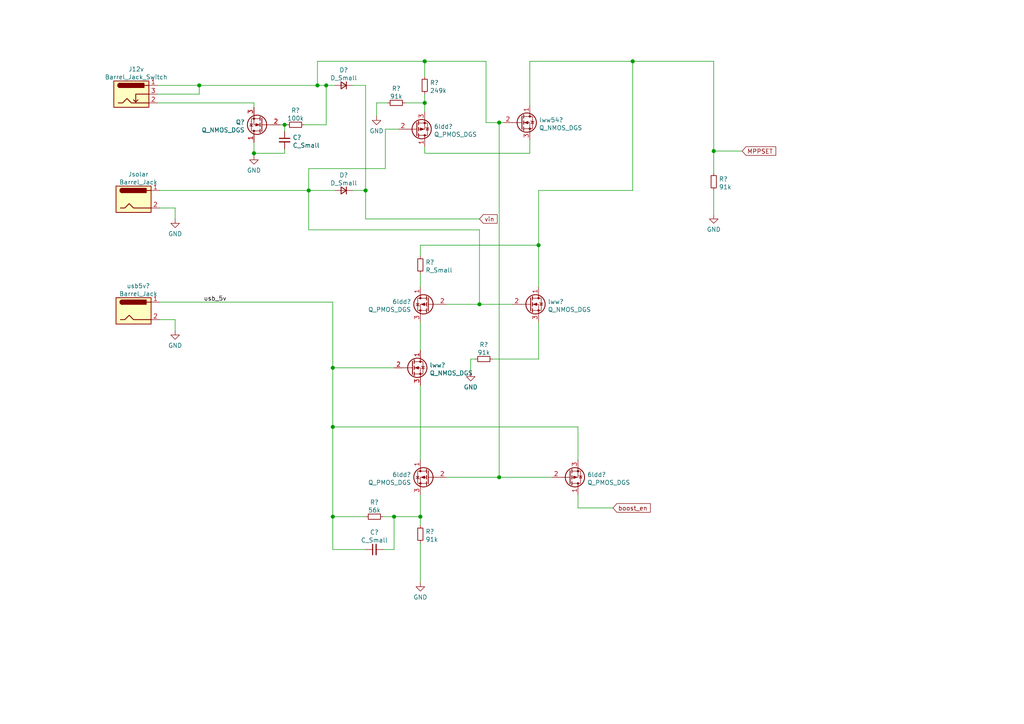
<source format=kicad_sch>
(kicad_sch (version 20210406) (generator eeschema)
  (paper "A4")
  (lib_symbols
    (symbol "Connector:Barrel_Jack" (pin_names (offset 1.016))
      (property "Reference" "J" (at 0 5.334 0))
      (property "Value" "Barrel_Jack" (at 0 -5.08 0))
      (symbol "Barrel_Jack_0_1"
        (arc (start -3.302 3.175) (end -3.302 1.905) (radius (at -3.302 2.54) (length 0.635) (angles 90.1 -90.1)) (stroke (width 0.254)))
        (arc (start -3.302 3.175) (end -3.302 1.905) (radius (at -3.302 2.54) (length 0.635) (angles 90.1 -90.1)) (stroke (width 0.254)) (fill (type outline)))
        (rectangle (start 3.683 3.175) (end -3.302 1.905) (stroke (width 0.254)) (fill (type outline)))
        (rectangle (start -5.08 3.81) (end 5.08 -3.81) (stroke (width 0.254)) (fill (type background)))
        (polyline (pts (xy 5.08 2.54) (xy 3.81 2.54)) (stroke (width 0.254)))
        (polyline (pts (xy -3.81 -2.54) (xy -2.54 -2.54) (xy -1.27 -1.27) (xy 0 -2.54) (xy 2.54 -2.54) (xy 5.08 -2.54)) (stroke (width 0.254)))
      )
      (symbol "Barrel_Jack_1_1"
        (pin passive line (at 7.62 2.54 180) (length 2.54) (name "~") (number "1"))
        (pin passive line (at 7.62 -2.54 180) (length 2.54) (name "~") (number "2"))
      )
    )
    (symbol "Connector:Barrel_Jack_Switch" (pin_names hide)
      (property "Reference" "J" (at 0 5.334 0))
      (property "Value" "Barrel_Jack_Switch" (at 0 -5.08 0))
      (symbol "Barrel_Jack_Switch_0_1"
        (arc (start -3.302 3.175) (end -3.302 1.905) (radius (at -3.302 2.54) (length 0.635) (angles 90.1 -90.1)) (stroke (width 0.254)))
        (arc (start -3.302 3.175) (end -3.302 1.905) (radius (at -3.302 2.54) (length 0.635) (angles 90.1 -90.1)) (stroke (width 0.254)) (fill (type outline)))
        (rectangle (start 3.683 3.175) (end -3.302 1.905) (stroke (width 0.254)) (fill (type outline)))
        (rectangle (start -5.08 3.81) (end 5.08 -3.81) (stroke (width 0.254)) (fill (type background)))
        (polyline (pts (xy 1.27 -2.286) (xy 1.905 -1.651)) (stroke (width 0.254)))
        (polyline (pts (xy 5.08 2.54) (xy 3.81 2.54)) (stroke (width 0.254)))
        (polyline (pts (xy 5.08 0) (xy 1.27 0) (xy 1.27 -2.286) (xy 0.635 -1.651)) (stroke (width 0.254)))
        (polyline (pts (xy -3.81 -2.54) (xy -2.54 -2.54) (xy -1.27 -1.27) (xy 0 -2.54) (xy 2.54 -2.54) (xy 5.08 -2.54)) (stroke (width 0.254)))
      )
      (symbol "Barrel_Jack_Switch_1_1"
        (pin passive line (at 7.62 2.54 180) (length 2.54) (name "~") (number "1"))
        (pin passive line (at 7.62 -2.54 180) (length 2.54) (name "~") (number "2"))
        (pin passive line (at 7.62 0 180) (length 2.54) (name "~") (number "3"))
      )
    )
    (symbol "Device:C_Small" (pin_numbers hide) (pin_names (offset 0.254) hide)
      (property "Reference" "C" (at 0.254 1.778 0))
      (property "Value" "C_Small" (at 0.254 -2.032 0))
      (symbol "C_Small_0_1"
        (polyline (pts (xy -1.524 -0.508) (xy 1.524 -0.508)) (stroke (width 0.3302)))
        (polyline (pts (xy -1.524 0.508) (xy 1.524 0.508)) (stroke (width 0.3048)))
      )
      (symbol "C_Small_1_1"
        (pin passive line (at 0 2.54 270) (length 2.032) (name "~") (number "1"))
        (pin passive line (at 0 -2.54 90) (length 2.032) (name "~") (number "2"))
      )
    )
    (symbol "Device:D_Small" (pin_numbers hide) (pin_names (offset 0.254) hide)
      (property "Reference" "D" (at -1.27 2.032 0))
      (property "Value" "D_Small" (at -3.81 -2.032 0))
      (symbol "D_Small_0_1"
        (polyline (pts (xy -0.762 -1.016) (xy -0.762 1.016)) (stroke (width 0.254)))
        (polyline (pts (xy -0.762 0) (xy 0.762 0)))
        (polyline (pts (xy 0.762 -1.016) (xy -0.762 0) (xy 0.762 1.016) (xy 0.762 -1.016)) (stroke (width 0.254)))
      )
      (symbol "D_Small_1_1"
        (pin passive line (at -2.54 0 0) (length 1.778) (name "K") (number "1"))
        (pin passive line (at 2.54 0 180) (length 1.778) (name "A") (number "2"))
      )
    )
    (symbol "Device:Q_NMOS_DGS" (pin_names (offset 0) hide)
      (property "Reference" "Q" (at 5.08 1.27 0))
      (property "Value" "Q_NMOS_DGS" (at 5.08 -1.27 0))
      (symbol "Q_NMOS_DGS_0_1"
        (circle (center 1.651 0) (radius 2.794) (stroke (width 0.254)))
        (circle (center 2.54 -1.778) (radius 0.254) (fill (type outline)))
        (circle (center 2.54 1.778) (radius 0.254) (fill (type outline)))
        (polyline (pts (xy 0.254 0) (xy -2.54 0)))
        (polyline (pts (xy 0.254 1.905) (xy 0.254 -1.905)) (stroke (width 0.254)))
        (polyline (pts (xy 0.762 -1.27) (xy 0.762 -2.286)) (stroke (width 0.254)))
        (polyline (pts (xy 0.762 0.508) (xy 0.762 -0.508)) (stroke (width 0.254)))
        (polyline (pts (xy 0.762 2.286) (xy 0.762 1.27)) (stroke (width 0.254)))
        (polyline (pts (xy 2.54 2.54) (xy 2.54 1.778)))
        (polyline (pts (xy 2.54 -2.54) (xy 2.54 0) (xy 0.762 0)))
        (polyline (pts (xy 0.762 -1.778) (xy 3.302 -1.778) (xy 3.302 1.778) (xy 0.762 1.778)))
        (polyline (pts (xy 2.794 0.508) (xy 2.921 0.381) (xy 3.683 0.381) (xy 3.81 0.254)))
        (polyline (pts (xy 3.302 0.381) (xy 2.921 -0.254) (xy 3.683 -0.254) (xy 3.302 0.381)))
        (polyline (pts (xy 1.016 0) (xy 2.032 0.381) (xy 2.032 -0.381) (xy 1.016 0)) (fill (type outline)))
      )
      (symbol "Q_NMOS_DGS_1_1"
        (pin passive line (at 2.54 5.08 270) (length 2.54) (name "D") (number "1"))
        (pin input line (at -5.08 0 0) (length 2.54) (name "G") (number "2"))
        (pin passive line (at 2.54 -5.08 90) (length 2.54) (name "S") (number "3"))
      )
    )
    (symbol "Device:Q_PMOS_DGS" (pin_names (offset 0) hide)
      (property "Reference" "Q" (at 5.08 1.27 0))
      (property "Value" "Q_PMOS_DGS" (at 5.08 -1.27 0))
      (symbol "Q_PMOS_DGS_0_1"
        (circle (center 1.651 0) (radius 2.794) (stroke (width 0.254)))
        (circle (center 2.54 -1.778) (radius 0.254) (fill (type outline)))
        (circle (center 2.54 1.778) (radius 0.254) (fill (type outline)))
        (polyline (pts (xy 0.254 0) (xy -2.54 0)))
        (polyline (pts (xy 0.254 1.905) (xy 0.254 -1.905)) (stroke (width 0.254)))
        (polyline (pts (xy 0.762 -1.27) (xy 0.762 -2.286)) (stroke (width 0.254)))
        (polyline (pts (xy 0.762 0.508) (xy 0.762 -0.508)) (stroke (width 0.254)))
        (polyline (pts (xy 0.762 2.286) (xy 0.762 1.27)) (stroke (width 0.254)))
        (polyline (pts (xy 2.54 2.54) (xy 2.54 1.778)))
        (polyline (pts (xy 2.54 -2.54) (xy 2.54 0) (xy 0.762 0)))
        (polyline (pts (xy 0.762 1.778) (xy 3.302 1.778) (xy 3.302 -1.778) (xy 0.762 -1.778)))
        (polyline (pts (xy 2.794 -0.508) (xy 2.921 -0.381) (xy 3.683 -0.381) (xy 3.81 -0.254)))
        (polyline (pts (xy 3.302 -0.381) (xy 2.921 0.254) (xy 3.683 0.254) (xy 3.302 -0.381)))
        (polyline (pts (xy 2.286 0) (xy 1.27 0.381) (xy 1.27 -0.381) (xy 2.286 0)) (fill (type outline)))
      )
      (symbol "Q_PMOS_DGS_1_1"
        (pin passive line (at 2.54 5.08 270) (length 2.54) (name "D") (number "1"))
        (pin input line (at -5.08 0 0) (length 2.54) (name "G") (number "2"))
        (pin passive line (at 2.54 -5.08 90) (length 2.54) (name "S") (number "3"))
      )
    )
    (symbol "Device:R_Small" (pin_numbers hide) (pin_names (offset 0.254) hide)
      (property "Reference" "R" (at 0.762 0.508 0))
      (property "Value" "R_Small" (at 0.762 -1.016 0))
      (symbol "R_Small_0_1"
        (rectangle (start -0.762 1.778) (end 0.762 -1.778) (stroke (width 0.2032)))
      )
      (symbol "R_Small_1_1"
        (pin passive line (at 0 2.54 270) (length 0.762) (name "~") (number "1"))
        (pin passive line (at 0 -2.54 90) (length 0.762) (name "~") (number "2"))
      )
    )
    (symbol "power:GND" (power) (pin_names (offset 0))
      (property "Value" "GND" (at 0 -3.81 0))
      (symbol "GND_0_1"
        (polyline (pts (xy 0 0) (xy 0 -1.27) (xy 1.27 -1.27) (xy 0 -2.54) (xy -1.27 -1.27) (xy 0 -1.27)))
      )
      (symbol "GND_1_1"
        (pin power_in line (at 0 0 270) (length 0) hide (name "GND") (number "1"))
      )
    )
  )
  (junction (at 57.785 24.765) (diameter 1.016))
  (junction (at 73.66 44.45) (diameter 1.016))
  (junction (at 82.55 36.195) (diameter 1.016))
  (junction (at 89.535 55.245) (diameter 1.016))
  (junction (at 92.075 24.765) (diameter 1.016))
  (junction (at 94.615 24.765) (diameter 1.016))
  (junction (at 96.52 106.68) (diameter 1.016))
  (junction (at 96.52 123.825) (diameter 1.016))
  (junction (at 96.52 149.86) (diameter 1.016))
  (junction (at 106.045 55.245) (diameter 1.016))
  (junction (at 114.3 149.86) (diameter 1.016))
  (junction (at 121.92 149.86) (diameter 1.016))
  (junction (at 123.19 17.78) (diameter 1.016))
  (junction (at 123.19 29.845) (diameter 1.016))
  (junction (at 139.065 88.265) (diameter 1.016))
  (junction (at 144.78 35.56) (diameter 1.016))
  (junction (at 144.78 138.43) (diameter 1.016))
  (junction (at 156.21 71.12) (diameter 1.016))
  (junction (at 183.515 17.78) (diameter 1.016))
  (junction (at 207.01 43.815) (diameter 1.016))
  (wire (pts (xy 45.72 24.765) (xy 57.785 24.765)))
  (wire (pts (xy 45.72 27.305) (xy 57.785 27.305)))
  (wire (pts (xy 45.72 29.845) (xy 73.66 29.845)))
  (wire (pts (xy 46.355 55.245) (xy 89.535 55.245)))
  (wire (pts (xy 46.355 87.63) (xy 96.52 87.63)))
  (wire (pts (xy 50.8 60.325) (xy 46.355 60.325)))
  (wire (pts (xy 50.8 63.5) (xy 50.8 60.325)))
  (wire (pts (xy 50.8 92.71) (xy 46.355 92.71)))
  (wire (pts (xy 50.8 95.885) (xy 50.8 92.71)))
  (wire (pts (xy 57.785 24.765) (xy 92.075 24.765)))
  (wire (pts (xy 57.785 27.305) (xy 57.785 24.765)))
  (wire (pts (xy 73.66 31.115) (xy 73.66 29.845)))
  (wire (pts (xy 73.66 41.275) (xy 73.66 44.45)))
  (wire (pts (xy 73.66 44.45) (xy 73.66 45.085)))
  (wire (pts (xy 73.66 44.45) (xy 82.55 44.45)))
  (wire (pts (xy 81.28 36.195) (xy 82.55 36.195)))
  (wire (pts (xy 82.55 36.195) (xy 82.55 38.1)))
  (wire (pts (xy 82.55 36.195) (xy 83.185 36.195)))
  (wire (pts (xy 82.55 43.18) (xy 82.55 44.45)))
  (wire (pts (xy 88.265 36.195) (xy 94.615 36.195)))
  (wire (pts (xy 89.535 48.895) (xy 89.535 55.245)))
  (wire (pts (xy 89.535 55.245) (xy 97.155 55.245)))
  (wire (pts (xy 89.535 66.675) (xy 89.535 55.245)))
  (wire (pts (xy 92.075 17.78) (xy 123.19 17.78)))
  (wire (pts (xy 92.075 24.765) (xy 92.075 17.78)))
  (wire (pts (xy 92.075 24.765) (xy 94.615 24.765)))
  (wire (pts (xy 94.615 24.765) (xy 97.155 24.765)))
  (wire (pts (xy 94.615 36.195) (xy 94.615 24.765)))
  (wire (pts (xy 96.52 87.63) (xy 96.52 106.68)))
  (wire (pts (xy 96.52 106.68) (xy 114.3 106.68)))
  (wire (pts (xy 96.52 123.825) (xy 96.52 106.68)))
  (wire (pts (xy 96.52 149.86) (xy 96.52 123.825)))
  (wire (pts (xy 96.52 149.86) (xy 106.045 149.86)))
  (wire (pts (xy 96.52 159.385) (xy 96.52 149.86)))
  (wire (pts (xy 102.235 24.765) (xy 106.045 24.765)))
  (wire (pts (xy 102.235 55.245) (xy 106.045 55.245)))
  (wire (pts (xy 106.045 24.765) (xy 106.045 55.245)))
  (wire (pts (xy 106.045 55.245) (xy 106.045 63.5)))
  (wire (pts (xy 106.045 63.5) (xy 139.065 63.5)))
  (wire (pts (xy 106.045 159.385) (xy 96.52 159.385)))
  (wire (pts (xy 109.22 29.845) (xy 109.22 33.655)))
  (wire (pts (xy 111.125 149.86) (xy 114.3 149.86)))
  (wire (pts (xy 111.125 159.385) (xy 114.3 159.385)))
  (wire (pts (xy 111.76 37.465) (xy 111.76 48.895)))
  (wire (pts (xy 111.76 37.465) (xy 115.57 37.465)))
  (wire (pts (xy 111.76 48.895) (xy 89.535 48.895)))
  (wire (pts (xy 112.395 29.845) (xy 109.22 29.845)))
  (wire (pts (xy 114.3 149.86) (xy 121.92 149.86)))
  (wire (pts (xy 114.3 159.385) (xy 114.3 149.86)))
  (wire (pts (xy 117.475 29.845) (xy 123.19 29.845)))
  (wire (pts (xy 121.92 71.12) (xy 156.21 71.12)))
  (wire (pts (xy 121.92 74.295) (xy 121.92 71.12)))
  (wire (pts (xy 121.92 79.375) (xy 121.92 83.185)))
  (wire (pts (xy 121.92 93.345) (xy 121.92 101.6)))
  (wire (pts (xy 121.92 111.76) (xy 121.92 133.35)))
  (wire (pts (xy 121.92 143.51) (xy 121.92 149.86)))
  (wire (pts (xy 121.92 149.86) (xy 121.92 152.4)))
  (wire (pts (xy 121.92 157.48) (xy 121.92 168.91)))
  (wire (pts (xy 123.19 17.78) (xy 123.19 22.225)))
  (wire (pts (xy 123.19 17.78) (xy 140.97 17.78)))
  (wire (pts (xy 123.19 27.305) (xy 123.19 29.845)))
  (wire (pts (xy 123.19 29.845) (xy 123.19 32.385)))
  (wire (pts (xy 123.19 42.545) (xy 123.19 44.45)))
  (wire (pts (xy 123.19 44.45) (xy 153.67 44.45)))
  (wire (pts (xy 129.54 88.265) (xy 139.065 88.265)))
  (wire (pts (xy 129.54 138.43) (xy 144.78 138.43)))
  (wire (pts (xy 136.525 104.14) (xy 137.795 104.14)))
  (wire (pts (xy 136.525 107.95) (xy 136.525 104.14)))
  (wire (pts (xy 139.065 66.675) (xy 89.535 66.675)))
  (wire (pts (xy 139.065 88.265) (xy 139.065 66.675)))
  (wire (pts (xy 139.065 88.265) (xy 148.59 88.265)))
  (wire (pts (xy 140.97 17.78) (xy 140.97 35.56)))
  (wire (pts (xy 140.97 35.56) (xy 144.78 35.56)))
  (wire (pts (xy 142.875 104.14) (xy 156.21 104.14)))
  (wire (pts (xy 144.78 35.56) (xy 144.78 138.43)))
  (wire (pts (xy 144.78 35.56) (xy 146.05 35.56)))
  (wire (pts (xy 144.78 138.43) (xy 160.02 138.43)))
  (wire (pts (xy 153.67 17.78) (xy 183.515 17.78)))
  (wire (pts (xy 153.67 30.48) (xy 153.67 17.78)))
  (wire (pts (xy 153.67 44.45) (xy 153.67 40.64)))
  (wire (pts (xy 156.21 55.245) (xy 183.515 55.245)))
  (wire (pts (xy 156.21 71.12) (xy 156.21 55.245)))
  (wire (pts (xy 156.21 83.185) (xy 156.21 71.12)))
  (wire (pts (xy 156.21 93.345) (xy 156.21 104.14)))
  (wire (pts (xy 167.64 123.825) (xy 96.52 123.825)))
  (wire (pts (xy 167.64 123.825) (xy 167.64 133.35)))
  (wire (pts (xy 167.64 147.32) (xy 167.64 143.51)))
  (wire (pts (xy 177.8 147.32) (xy 167.64 147.32)))
  (wire (pts (xy 183.515 17.78) (xy 207.01 17.78)))
  (wire (pts (xy 183.515 55.245) (xy 183.515 17.78)))
  (wire (pts (xy 207.01 17.78) (xy 207.01 43.815)))
  (wire (pts (xy 207.01 43.815) (xy 207.01 50.165)))
  (wire (pts (xy 207.01 43.815) (xy 215.265 43.815)))
  (wire (pts (xy 207.01 55.245) (xy 207.01 62.23)))
  (label "usb_5v" (at 59.055 87.63 0))
  (global_label "vin" (shape input) (at 139.065 63.5 0) (property "Intersheet References" "${INTERSHEET_REFS}" (effects hide)))
  (global_label "boost_en" (shape input) (at 177.8 147.32 0) (property "Intersheet References" "${INTERSHEET_REFS}" (effects hide)))
  (global_label "MPPSET" (shape input) (at 215.265 43.815 0) (property "Intersheet References" "${INTERSHEET_REFS}" (effects hide)))
  (symbol (lib_id "power:GND") (at 50.8 63.5 0) (unit 1)
    (property "Reference" "#PWR?" (effects hide))
    (property "Value" "GND" (at 50.8 67.8244 0))
  )
  (symbol (lib_id "power:GND") (at 50.8 95.885 0) (unit 1)
    (property "Reference" "#PWR?" (effects hide))
    (property "Value" "GND" (at 50.8 100.2094 0))
  )
  (symbol (lib_id "power:GND") (at 73.66 45.085 0) (unit 1)
    (property "Reference" "#PWR?" (effects hide))
    (property "Value" "GND" (at 73.66 49.4094 0))
  )
  (symbol (lib_id "power:GND") (at 109.22 33.655 0) (unit 1)
    (property "Reference" "#PWR?" (effects hide))
    (property "Value" "GND" (at 109.22 37.9794 0))
  )
  (symbol (lib_id "power:GND") (at 121.92 168.91 0) (unit 1)
    (property "Reference" "#PWR?" (effects hide))
    (property "Value" "GND" (at 121.92 173.2344 0))
  )
  (symbol (lib_id "power:GND") (at 136.525 107.95 0) (unit 1)
    (property "Reference" "#PWR?" (effects hide))
    (property "Value" "GND" (at 136.525 112.2744 0))
  )
  (symbol (lib_id "power:GND") (at 207.01 62.23 0) (unit 1)
    (property "Reference" "#PWR?" (effects hide))
    (property "Value" "GND" (at 207.01 66.5544 0))
  )
  (symbol (lib_id "Device:R_Small") (at 85.725 36.195 90) (unit 1)
    (property "Reference" "R?" (at 85.725 32.0252 90))
    (property "Value" "100k" (at 85.725 34.3239 90))
  )
  (symbol (lib_id "Device:R_Small") (at 108.585 149.86 90) (unit 1)
    (property "Reference" "R?" (at 108.585 145.6902 90))
    (property "Value" "56k" (at 108.585 147.9889 90))
  )
  (symbol (lib_id "Device:R_Small") (at 114.935 29.845 90) (unit 1)
    (property "Reference" "R?" (at 114.935 25.6752 90))
    (property "Value" "91k" (at 114.935 27.9739 90))
  )
  (symbol (lib_id "Device:R_Small") (at 121.92 76.835 0) (unit 1)
    (property "Reference" "R?" (at 123.4187 76.0741 0) (effects (justify left)))
    (property "Value" "R_Small" (at 123.4187 78.3728 0) (effects (justify left)))
  )
  (symbol (lib_id "Device:R_Small") (at 121.92 154.94 0) (unit 1)
    (property "Reference" "R?" (at 123.4187 154.1791 0) (effects (justify left)))
    (property "Value" "91k" (at 123.4187 156.4778 0) (effects (justify left)))
  )
  (symbol (lib_id "Device:R_Small") (at 123.19 24.765 0) (unit 1)
    (property "Reference" "R?" (at 124.6887 24.0041 0) (effects (justify left)))
    (property "Value" "249k" (at 124.6887 26.3028 0) (effects (justify left)))
  )
  (symbol (lib_id "Device:R_Small") (at 140.335 104.14 90) (unit 1)
    (property "Reference" "R?" (at 140.335 99.9702 90))
    (property "Value" "91k" (at 140.335 102.2689 90))
  )
  (symbol (lib_id "Device:R_Small") (at 207.01 52.705 0) (unit 1)
    (property "Reference" "R?" (at 208.5087 51.9441 0) (effects (justify left)))
    (property "Value" "91k" (at 208.5087 54.2428 0) (effects (justify left)))
  )
  (symbol (lib_id "Device:D_Small") (at 99.695 24.765 180) (unit 1)
    (property "Reference" "D?" (at 99.695 20.3158 0))
    (property "Value" "D_Small" (at 99.695 22.6145 0))
  )
  (symbol (lib_id "Device:D_Small") (at 99.695 55.245 180) (unit 1)
    (property "Reference" "D?" (at 99.695 50.7958 0))
    (property "Value" "D_Small" (at 99.695 53.0945 0))
  )
  (symbol (lib_id "Device:C_Small") (at 82.55 40.64 0) (unit 1)
    (property "Reference" "C?" (at 84.8742 39.8791 0) (effects (justify left)))
    (property "Value" "C_Small" (at 84.8742 42.1778 0) (effects (justify left)))
  )
  (symbol (lib_id "Device:C_Small") (at 108.585 159.385 90) (unit 1)
    (property "Reference" "C?" (at 108.585 154.3897 90))
    (property "Value" "C_Small" (at 108.585 156.6884 90))
  )
  (symbol (lib_id "Connector:Barrel_Jack_Switch") (at 38.1 27.305 0) (unit 1)
    (property "Reference" "J12v" (at 39.497 20.0618 0))
    (property "Value" "Barrel_Jack_Switch" (at 39.497 22.3605 0))
  )
  (symbol (lib_id "Connector:Barrel_Jack") (at 38.735 57.785 0) (unit 1)
    (property "Reference" "Jsolar" (at 40.132 50.5418 0))
    (property "Value" "Barrel_Jack" (at 40.132 52.8405 0))
  )
  (symbol (lib_id "Connector:Barrel_Jack") (at 38.735 90.17 0) (unit 1)
    (property "Reference" "usb5v?" (at 40.132 82.9268 0))
    (property "Value" "Barrel_Jack" (at 40.132 85.2255 0))
  )
  (symbol (lib_id "Device:Q_NMOS_DGS") (at 76.2 36.195 180) (unit 1)
    (property "Reference" "Q?" (at 70.993 35.4341 0) (effects (justify left)))
    (property "Value" "Q_NMOS_DGS" (at 70.993 37.7328 0) (effects (justify left)))
  )
  (symbol (lib_id "Device:Q_NMOS_DGS") (at 119.38 106.68 0) (unit 1)
    (property "Reference" "lww?" (at 124.5871 105.9191 0) (effects (justify left)))
    (property "Value" "Q_NMOS_DGS" (at 124.5871 108.2178 0) (effects (justify left)))
  )
  (symbol (lib_id "Device:Q_PMOS_DGS") (at 120.65 37.465 0) (mirror x) (unit 1)
    (property "Reference" "6ldd?" (at 125.8571 36.7041 0) (effects (justify left)))
    (property "Value" "Q_PMOS_DGS" (at 125.8571 39.0028 0) (effects (justify left)))
  )
  (symbol (lib_id "Device:Q_PMOS_DGS") (at 124.46 88.265 0) (mirror y) (unit 1)
    (property "Reference" "6ldd?" (at 119.253 87.5041 0) (effects (justify left)))
    (property "Value" "Q_PMOS_DGS" (at 119.253 89.8028 0) (effects (justify left)))
  )
  (symbol (lib_id "Device:Q_PMOS_DGS") (at 124.46 138.43 0) (mirror y) (unit 1)
    (property "Reference" "6ldd?" (at 119.253 137.6691 0) (effects (justify left)))
    (property "Value" "Q_PMOS_DGS" (at 119.253 139.9678 0) (effects (justify left)))
  )
  (symbol (lib_id "Device:Q_NMOS_DGS") (at 151.13 35.56 0) (unit 1)
    (property "Reference" "lww54?" (at 156.3371 34.7991 0) (effects (justify left)))
    (property "Value" "Q_NMOS_DGS" (at 156.3371 37.0978 0) (effects (justify left)))
  )
  (symbol (lib_id "Device:Q_NMOS_DGS") (at 153.67 88.265 0) (unit 1)
    (property "Reference" "lww?" (at 158.8771 87.5041 0) (effects (justify left)))
    (property "Value" "Q_NMOS_DGS" (at 158.8771 89.8028 0) (effects (justify left)))
  )
  (symbol (lib_id "Device:Q_PMOS_DGS") (at 165.1 138.43 0) (mirror x) (unit 1)
    (property "Reference" "6ldd?" (at 170.3071 137.6691 0) (effects (justify left)))
    (property "Value" "Q_PMOS_DGS" (at 170.3071 139.9678 0) (effects (justify left)))
  )
)
</source>
